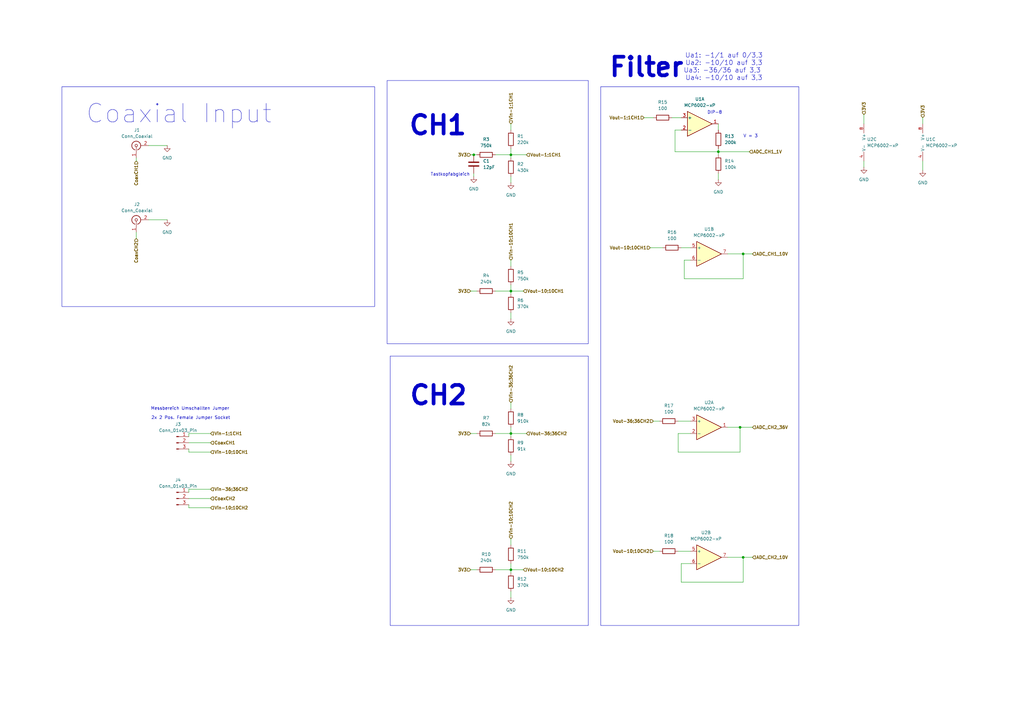
<source format=kicad_sch>
(kicad_sch (version 20250114) (generator "eeschema") (generator_version "9.0")
  (paper "A3")
  (lib_symbols
    (symbol "Amplifier_Operational:MCP6002-xP" (pin_names (offset 0.127))
      (property "Reference" "U" (at 0 5.08 0))
      (property "Value" "MCP6002-xP" (at 0 -5.08 0))
      (symbol "MCP6002-xP_1_1"
        (polyline (pts (xy -5.08 5.08) (xy 5.08 0) (xy -5.08 -5.08) (xy -5.08 5.08)) (stroke (width 0.254)) (fill (type background)))
        (pin input line (at -7.62 2.54 0) (length 2.54) (name "+") (number "3"))
        (pin input line (at -7.62 -2.54 0) (length 2.54) (name "-") (number "2"))
        (pin output line (at 7.62 0 180) (length 2.54) (name "~") (number "1"))
      )
      (symbol "MCP6002-xP_2_1"
        (polyline (pts (xy -5.08 5.08) (xy 5.08 0) (xy -5.08 -5.08) (xy -5.08 5.08)) (stroke (width 0.254)) (fill (type background)))
        (pin input line (at -7.62 2.54 0) (length 2.54) (name "+") (number "5"))
        (pin input line (at -7.62 -2.54 0) (length 2.54) (name "-") (number "6"))
        (pin output line (at 7.62 0 180) (length 2.54) (name "~") (number "7"))
      )
      (symbol "MCP6002-xP_3_1"
        (pin power_in line (at -2.54 7.62 270) (length 3.81) (name "V+") (number "8"))
        (pin power_in line (at -2.54 -7.62 90) (length 3.81) (name "V-") (number "4"))
      )
    )
    (symbol "Connector:Conn_01x03_Pin" (pin_names (offset 1.016) (hide yes))
      (property "Reference" "J" (at 0 5.08 0))
      (property "Value" "Conn_01x03_Pin" (at 0 -5.08 0))
      (symbol "Conn_01x03_Pin_1_1"
        (rectangle (start 0.8636 2.667) (end 0 2.413) (stroke (width 0.1524)) (fill (type outline)))
        (rectangle (start 0.8636 0.127) (end 0 -0.127) (stroke (width 0.1524)) (fill (type outline)))
        (rectangle (start 0.8636 -2.413) (end 0 -2.667) (stroke (width 0.1524)) (fill (type outline)))
        (polyline (pts (xy 1.27 2.54) (xy 0.8636 2.54)) (stroke (width 0.1524)))
        (polyline (pts (xy 1.27 0) (xy 0.8636 0)) (stroke (width 0.1524)))
        (polyline (pts (xy 1.27 -2.54) (xy 0.8636 -2.54)) (stroke (width 0.1524)))
        (pin passive line (at 5.08 2.54 180) (length 3.81) (name "Pin_1") (number "1"))
        (pin passive line (at 5.08 0 180) (length 3.81) (name "Pin_2") (number "2"))
        (pin passive line (at 5.08 -2.54 180) (length 3.81) (name "Pin_3") (number "3"))
      )
    )
    (symbol "Connector:Conn_Coaxial" (pin_names (offset 1.016) (hide yes))
      (property "Reference" "J" (at 0.254 3.048 0))
      (property "Value" "Conn_Coaxial" (at 2.921 0 90))
      (symbol "Conn_Coaxial_0_1"
        (polyline (pts (xy -2.54 0) (xy -0.508 0)))
        (arc (start 1.778 0) (mid 0.222 -1.8079) (end -1.778 -0.508) (stroke (width 0.254)))
        (arc (start -1.778 0.508) (mid 0.2221 1.8084) (end 1.778 0) (stroke (width 0.254)))
        (circle (center 0 0) (radius 0.508) (stroke (width 0.2032)))
        (polyline (pts (xy 0 -2.54) (xy 0 -1.778)))
      )
      (symbol "Conn_Coaxial_1_1"
        (pin passive line (at -5.08 0 0) (length 2.54) (name "In") (number "1"))
        (pin passive line (at 0 -5.08 90) (length 2.54) (name "Ext") (number "2"))
      )
    )
    (symbol "Device:C" (pin_numbers (hide yes)) (pin_names (offset 0.254))
      (property "Reference" "C" (at 0.635 2.54 0))
      (property "Value" "C" (at 0.635 -2.54 0))
      (symbol "C_0_1"
        (polyline (pts (xy -2.032 0.762) (xy 2.032 0.762)) (stroke (width 0.508)))
        (polyline (pts (xy -2.032 -0.762) (xy 2.032 -0.762)) (stroke (width 0.508)))
      )
      (symbol "C_1_1"
        (pin passive line (at 0 3.81 270) (length 2.794) (name "~") (number "1"))
        (pin passive line (at 0 -3.81 90) (length 2.794) (name "~") (number "2"))
      )
    )
    (symbol "Device:R" (pin_numbers (hide yes)) (pin_names (offset 0))
      (property "Reference" "R" (at 2.032 0 90))
      (property "Value" "R" (at 0 0 90))
      (symbol "R_0_1"
        (rectangle (start -1.016 -2.54) (end 1.016 2.54) (stroke (width 0.254)))
      )
      (symbol "R_1_1"
        (pin passive line (at 0 3.81 270) (length 1.27) (name "~") (number "1"))
        (pin passive line (at 0 -3.81 90) (length 1.27) (name "~") (number "2"))
      )
    )
    (symbol "power:GND" (power) (pin_numbers (hide yes)) (pin_names (offset 0) (hide yes))
      (property "Value" "GND" (at 0 -3.81 0))
      (symbol "GND_0_1"
        (polyline (pts (xy 0 0) (xy 0 -1.27) (xy 1.27 -1.27) (xy 0 -2.54) (xy -1.27 -1.27) (xy 0 -1.27)))
      )
      (symbol "GND_1_1"
        (pin power_in line (at 0 0 270) (length 0) (name "~") (number "1"))
      )
    )
  )
  (rectangle (start 160.02 146.05) (end 241.3 256.54))
  (rectangle (start 25.4 35.56) (end 153.67 125.73))
  (rectangle (start 158.75 33.02) (end 241.3 140.97))
  (rectangle (start 246.38 35.56) (end 327.66 256.54))
  (text "Tastkopfabgleich\n" (at 184.658 71.628 0) (effects (font (size 1.27 1.27))))
  (text "2x 2 Pos. Female Jumper Socket\n" (at 78.232 171.45 0) (effects (font (size 1.27 1.27))))
  (text "Coaxial Input\n" (at 73.406 46.736 0) (effects (font (size 7.62 7.62))))
  (text "CH2\n" (at 179.832 162.306 0) (effects (font (size 7.62 7.62) (thickness 1.524) (bold yes))))
  (text "Filter" (at 265.176 27.686 0) (effects (font (size 7.62 7.62) (thickness 1.524) (bold yes))))
  (text "CH1\n" (at 179.578 51.562 0) (effects (font (size 7.62 7.62) (thickness 1.524) (bold yes))))
  (text "Messbereich Umschallten Jumper\n" (at 77.978 167.64 0) (effects (font (size 1.27 1.27))))
  (text "DIP-8\n" (at 293.116 46.228 0) (effects (font (size 1.27 1.27))))
  (text "Ua1: -1/1 auf 0/3,3\nUa2: -10/10 auf 3,3\nUa3: -36/36 auf 3,3 \nUa4: -10/10 auf 3,3" (at 296.926 27.432 0) (effects (font (size 1.905 1.905))))
  (text "V = 3\n" (at 307.848 55.88 0) (effects (font (size 1.27 1.27))))
  (junction (at 294.64 62.23))
  (junction (at 209.55 177.8))
  (junction (at 209.55 63.5))
  (junction (at 304.8 104.14))
  (junction (at 209.55 119.38))
  (junction (at 209.55 233.68))
  (junction (at 194.31 63.5))
  (junction (at 303.53 175.26))
  (junction (at 304.8 228.6))
  (wire (pts (xy 215.9 177.8) (xy 209.55 177.8)))
  (wire (pts (xy 294.64 50.8) (xy 294.64 53.34)))
  (wire (pts (xy 86.36 177.8) (xy 77.47 177.8)))
  (wire (pts (xy 86.36 185.42) (xy 77.47 185.42)))
  (wire (pts (xy 209.55 116.84) (xy 209.55 119.38)))
  (wire (pts (xy 278.13 177.8) (xy 278.13 185.42)))
  (wire (pts (xy 209.55 119.38) (xy 209.55 120.65)))
  (wire (pts (xy 279.4 53.34) (xy 276.86 53.34)))
  (wire (pts (xy 276.86 62.23) (xy 294.64 62.23)))
  (wire (pts (xy 298.45 104.14) (xy 304.8 104.14)))
  (wire (pts (xy 194.31 71.12) (xy 194.31 72.39)))
  (wire (pts (xy 209.55 177.8) (xy 209.55 179.07)))
  (wire (pts (xy 209.55 63.5) (xy 215.9 63.5)))
  (wire (pts (xy 209.55 231.14) (xy 209.55 233.68)))
  (wire (pts (xy 77.47 200.66) (xy 77.47 201.93)))
  (wire (pts (xy 209.55 72.39) (xy 209.55 74.93)))
  (wire (pts (xy 267.97 226.06) (xy 270.51 226.06)))
  (wire (pts (xy 60.96 90.17) (xy 68.58 90.17)))
  (wire (pts (xy 278.13 172.72) (xy 283.21 172.72)))
  (wire (pts (xy 209.55 175.26) (xy 209.55 177.8)))
  (wire (pts (xy 77.47 185.42) (xy 77.47 184.15)))
  (wire (pts (xy 280.67 114.3) (xy 280.67 106.68)))
  (wire (pts (xy 86.36 200.66) (xy 77.47 200.66)))
  (wire (pts (xy 209.55 128.27) (xy 209.55 130.81)))
  (wire (pts (xy 378.46 48.26) (xy 378.46 50.8)))
  (wire (pts (xy 203.2 119.38) (xy 209.55 119.38)))
  (wire (pts (xy 209.55 119.38) (xy 214.63 119.38)))
  (wire (pts (xy 193.04 177.8) (xy 195.58 177.8)))
  (wire (pts (xy 294.64 71.12) (xy 294.64 73.66)))
  (wire (pts (xy 303.53 175.26) (xy 298.45 175.26)))
  (wire (pts (xy 280.67 106.68) (xy 283.21 106.68)))
  (wire (pts (xy 354.33 46.99) (xy 354.33 50.8)))
  (wire (pts (xy 378.46 66.04) (xy 378.46 69.85)))
  (wire (pts (xy 209.55 106.68) (xy 209.55 109.22)))
  (wire (pts (xy 278.13 185.42) (xy 303.53 185.42)))
  (wire (pts (xy 279.4 238.76) (xy 279.4 231.14)))
  (wire (pts (xy 276.86 53.34) (xy 276.86 62.23)))
  (wire (pts (xy 279.4 231.14) (xy 283.21 231.14)))
  (wire (pts (xy 193.04 233.68) (xy 195.58 233.68)))
  (wire (pts (xy 303.53 175.26) (xy 308.61 175.26)))
  (wire (pts (xy 304.8 114.3) (xy 280.67 114.3)))
  (wire (pts (xy 203.2 177.8) (xy 209.55 177.8)))
  (wire (pts (xy 304.8 228.6) (xy 304.8 238.76)))
  (wire (pts (xy 279.4 101.6) (xy 283.21 101.6)))
  (wire (pts (xy 77.47 204.47) (xy 86.36 204.47)))
  (wire (pts (xy 193.04 119.38) (xy 195.58 119.38)))
  (wire (pts (xy 86.36 208.28) (xy 77.47 208.28)))
  (wire (pts (xy 275.59 48.26) (xy 279.4 48.26)))
  (wire (pts (xy 304.8 238.76) (xy 279.4 238.76)))
  (wire (pts (xy 77.47 177.8) (xy 77.47 179.07)))
  (wire (pts (xy 193.04 63.5) (xy 194.31 63.5)))
  (wire (pts (xy 77.47 181.61) (xy 86.36 181.61)))
  (wire (pts (xy 194.31 63.5) (xy 195.58 63.5)))
  (wire (pts (xy 209.55 186.69) (xy 209.55 189.23)))
  (wire (pts (xy 278.13 226.06) (xy 283.21 226.06)))
  (wire (pts (xy 294.64 62.23) (xy 294.64 63.5)))
  (wire (pts (xy 303.53 185.42) (xy 303.53 175.26)))
  (wire (pts (xy 203.2 63.5) (xy 209.55 63.5)))
  (wire (pts (xy 77.47 208.28) (xy 77.47 207.01)))
  (wire (pts (xy 55.88 95.25) (xy 55.88 97.79)))
  (wire (pts (xy 209.55 242.57) (xy 209.55 245.11)))
  (wire (pts (xy 209.55 233.68) (xy 209.55 234.95)))
  (wire (pts (xy 283.21 177.8) (xy 278.13 177.8)))
  (wire (pts (xy 304.8 104.14) (xy 304.8 114.3)))
  (wire (pts (xy 209.55 233.68) (xy 214.63 233.68)))
  (wire (pts (xy 304.8 104.14) (xy 308.61 104.14)))
  (wire (pts (xy 209.55 220.98) (xy 209.55 223.52)))
  (wire (pts (xy 267.97 172.72) (xy 270.51 172.72)))
  (wire (pts (xy 294.64 60.96) (xy 294.64 62.23)))
  (wire (pts (xy 55.88 64.77) (xy 55.88 66.04)))
  (wire (pts (xy 266.7 101.6) (xy 271.78 101.6)))
  (wire (pts (xy 209.55 63.5) (xy 209.55 64.77)))
  (wire (pts (xy 209.55 50.8) (xy 209.55 53.34)))
  (wire (pts (xy 354.33 66.04) (xy 354.33 68.58)))
  (wire (pts (xy 294.64 62.23) (xy 307.34 62.23)))
  (wire (pts (xy 304.8 228.6) (xy 308.61 228.6)))
  (wire (pts (xy 203.2 233.68) (xy 209.55 233.68)))
  (wire (pts (xy 209.55 60.96) (xy 209.55 63.5)))
  (wire (pts (xy 60.96 59.69) (xy 68.58 59.69)))
  (wire (pts (xy 264.16 48.26) (xy 267.97 48.26)))
  (wire (pts (xy 209.55 165.1) (xy 209.55 167.64)))
  (wire (pts (xy 298.45 228.6) (xy 304.8 228.6)))
  (hierarchical_label "3V3" (shape input) (at 354.33 46.99 90) (effects (font (thickness 0.254) (bold yes))))
  (hierarchical_label "Vin-36;36CH2" (shape input) (at 209.55 165.1 90) (effects (font (thickness 0.254) (bold yes))))
  (hierarchical_label "Vout-36;36CH2" (shape input) (at 267.97 172.72 180) (effects (font (thickness 0.254) (bold yes))))
  (hierarchical_label "Vout-10;10CH2" (shape input) (at 214.63 233.68 0) (effects (font (thickness 0.254) (bold yes))))
  (hierarchical_label "ADC_CH1_10V" (shape input) (at 308.61 104.14 0) (effects (font (thickness 0.254) (bold yes))))
  (hierarchical_label "Vin-10;10CH1" (shape input) (at 209.55 106.68 90) (effects (font (thickness 0.254) (bold yes))))
  (hierarchical_label "3V3" (shape input) (at 193.04 119.38 180) (effects (font (thickness 0.254) (bold yes))))
  (hierarchical_label "Vout-10;10CH1" (shape input) (at 266.7 101.6 180) (effects (font (thickness 0.254) (bold yes))))
  (hierarchical_label "Vin-1;1CH1" (shape input) (at 209.55 50.8 90) (effects (font (thickness 0.254) (bold yes))))
  (hierarchical_label "ADC_CH2_10V" (shape input) (at 308.61 228.6 0) (effects (font (thickness 0.254) (bold yes))))
  (hierarchical_label "3V3" (shape input) (at 193.04 177.8 180) (effects (font (thickness 0.254) (bold yes))))
  (hierarchical_label "Vout-1;1CH1" (shape input) (at 264.16 48.26 180) (effects (font (thickness 0.254) (bold yes))))
  (hierarchical_label "3V3" (shape input) (at 193.04 233.68 180) (effects (font (thickness 0.254) (bold yes))))
  (hierarchical_label "3V3" (shape input) (at 378.46 48.26 90) (effects (font (thickness 0.254) (bold yes))))
  (hierarchical_label "Vin-10;10CH2" (shape input) (at 209.55 220.98 90) (effects (font (thickness 0.254) (bold yes))))
  (hierarchical_label "Vout-10;10CH1" (shape input) (at 214.63 119.38 0) (effects (font (thickness 0.254) (bold yes))))
  (hierarchical_label "CoaxCH2" (shape input) (at 86.36 204.47 0) (effects (font (thickness 0.254) (bold yes))))
  (hierarchical_label "CoaxCH2" (shape input) (at 55.88 97.79 270) (effects (font (thickness 0.254) (bold yes))))
  (hierarchical_label "Vin-36;36CH2" (shape input) (at 86.36 200.66 0) (effects (font (thickness 0.254) (bold yes))))
  (hierarchical_label "Vout-1;1CH1" (shape input) (at 215.9 63.5 0) (effects (font (thickness 0.254) (bold yes))))
  (hierarchical_label "ADC_CH2_36V" (shape input) (at 308.61 175.26 0) (effects (font (thickness 0.254) (bold yes))))
  (hierarchical_label "3V3" (shape input) (at 193.04 63.5 180) (effects (font (thickness 0.254) (bold yes))))
  (hierarchical_label "CoaxCH1" (shape input) (at 55.88 66.04 270) (effects (font (thickness 0.254) (bold yes))))
  (hierarchical_label "CoaxCH1" (shape input) (at 86.36 181.61 0) (effects (font (thickness 0.254) (bold yes))))
  (hierarchical_label "Vin-1;1CH1" (shape input) (at 86.36 177.8 0) (effects (font (thickness 0.254) (bold yes))))
  (hierarchical_label "Vout-10;10CH2" (shape input) (at 267.97 226.06 180) (effects (font (thickness 0.254) (bold yes))))
  (hierarchical_label "Vin-10;10CH2" (shape input) (at 86.36 208.28 0) (effects (font (thickness 0.254) (bold yes))))
  (hierarchical_label "Vin-10;10CH1" (shape input) (at 86.36 185.42 0) (effects (font (thickness 0.254) (bold yes))))
  (hierarchical_label "ADC_CH1_1V" (shape input) (at 307.34 62.23 0) (effects (font (thickness 0.254) (bold yes))))
  (hierarchical_label "Vout-36;36CH2" (shape input) (at 215.9 177.8 0) (effects (font (thickness 0.254) (bold yes))))
  (symbol (lib_id "Amplifier_Operational:MCP6002-xP") (at 356.87 58.42 0) (unit 3)
    (property "Reference" "U2" (at 355.6 57.1499 0) (effects (justify left)))
    (property "Value" "MCP6002-xP" (at 355.6 59.6899 0) (effects (justify left)))
    (property "Footprint" "Package_DIP:DIP-8_W7.62mm_LongPads" (effects (hide yes)))
    (property "Datasheet" "http://ww1.microchip.com/downloads/en/DeviceDoc/21733j.pdf" (effects (hide yes)))
    (property "Description" "1MHz, Low-Power Op Amp, DIP-8" (effects (hide yes)))
  )
  (symbol (lib_id "Device:R") (at 199.39 177.8 90) (unit 1)
    (property "Reference" "R7" (at 199.39 171.45 90))
    (property "Value" "82k" (at 199.39 173.99 90))
    (property "Footprint" "Resistor_SMD:R_0603_1608Metric_Pad0.98x0.95mm_HandSolder" (effects (hide yes)))
    (property "Description" "Resistor" (effects (hide yes)))
  )
  (symbol (lib_id "power:GND") (at 68.58 59.69 0) (unit 1)
    (property "Reference" "#PWR09" (effects (hide yes)))
    (property "Value" "GND" (at 68.58 64.77 0))
    (property "Description" "Power symbol creates a global label with name \"GND\" , ground" (effects (hide yes)))
  )
  (symbol (lib_id "power:GND") (at 209.55 130.81 0) (unit 1)
    (property "Reference" "#PWR02" (effects (hide yes)))
    (property "Value" "GND" (at 209.55 135.89 0))
    (property "Description" "Power symbol creates a global label with name \"GND\" , ground" (effects (hide yes)))
  )
  (symbol (lib_id "Device:R") (at 274.32 226.06 90) (unit 1)
    (property "Reference" "R18" (at 274.32 219.71 90))
    (property "Value" "100" (at 274.32 222.25 90))
    (property "Footprint" "Resistor_SMD:R_0603_1608Metric_Pad0.98x0.95mm_HandSolder" (effects (hide yes)))
    (property "Description" "Resistor" (effects (hide yes)))
  )
  (symbol (lib_id "Connector:Conn_01x03_Pin") (at 72.39 204.47 0) (unit 1)
    (property "Reference" "J4" (at 73.025 196.85 0))
    (property "Value" "Conn_01x03_Pin" (at 73.025 199.39 0))
    (property "Footprint" "Connector_PinHeader_1.00mm:PinHeader_1x03_P1.00mm_Vertical" (effects (hide yes)))
    (property "Description" "Generic connector, single row, 01x03, script generated" (effects (hide yes)))
  )
  (symbol (lib_id "Device:R") (at 199.39 119.38 90) (unit 1)
    (property "Reference" "R4" (at 199.39 113.03 90))
    (property "Value" "240k" (at 199.39 115.57 90))
    (property "Footprint" "Resistor_SMD:R_0603_1608Metric_Pad0.98x0.95mm_HandSolder" (effects (hide yes)))
    (property "Description" "Resistor" (effects (hide yes)))
  )
  (symbol (lib_id "Connector:Conn_Coaxial") (at 55.88 59.69 90) (unit 1)
    (property "Reference" "J1" (at 56.1732 53.34 90))
    (property "Value" "Conn_Coaxial" (at 56.1732 55.88 90))
    (property "Footprint" "L432KC:LINX_CONBNC001" (effects (hide yes)))
    (property "Datasheet" "https://www.te.com/commerce/DocumentDelivery/DDEController?Action=srchrtrv&DocNm=CONBNC001&DocType=Data+Sheet&DocLang=English&DocFormat=pdf&PartCntxt=CONBNC001" (effects (hide yes)))
    (property "Description" "coaxial connector (BNC, SMA, SMB, SMC, Cinch/RCA, LEMO, ...)" (effects (hide yes)))
  )
  (symbol (lib_id "Device:R") (at 209.55 171.45 0) (unit 1)
    (property "Reference" "R8" (at 212.09 170.1799 0) (effects (justify left)))
    (property "Value" "910k" (at 212.09 172.7199 0) (effects (justify left)))
    (property "Footprint" "Resistor_SMD:R_0603_1608Metric_Pad0.98x0.95mm_HandSolder" (effects (hide yes)))
    (property "Description" "Resistor" (effects (hide yes)))
  )
  (symbol (lib_id "power:GND") (at 194.31 72.39 0) (unit 1)
    (property "Reference" "#PWR012" (effects (hide yes)))
    (property "Value" "GND" (at 194.31 77.47 0))
    (property "Description" "Power symbol creates a global label with name \"GND\" , ground" (effects (hide yes)))
  )
  (symbol (lib_id "Device:R") (at 209.55 227.33 0) (unit 1)
    (property "Reference" "R11" (at 212.09 226.0599 0) (effects (justify left)))
    (property "Value" "750k" (at 212.09 228.5999 0) (effects (justify left)))
    (property "Footprint" "Resistor_SMD:R_0603_1608Metric_Pad0.98x0.95mm_HandSolder" (effects (hide yes)))
    (property "Description" "Resistor" (effects (hide yes)))
  )
  (symbol (lib_id "Amplifier_Operational:MCP6002-xP") (at 290.83 228.6 0) (unit 2)
    (property "Reference" "U2" (at 289.56 218.44 0))
    (property "Value" "MCP6002-xP" (at 289.56 220.98 0))
    (property "Footprint" "Package_DIP:DIP-8_W7.62mm_LongPads" (effects (hide yes)))
    (property "Datasheet" "http://ww1.microchip.com/downloads/en/DeviceDoc/21733j.pdf" (effects (hide yes)))
    (property "Description" "1MHz, Low-Power Op Amp, DIP-8" (effects (hide yes)))
  )
  (symbol (lib_id "power:GND") (at 378.46 69.85 0) (unit 1)
    (property "Reference" "#PWR05" (effects (hide yes)))
    (property "Value" "GND" (at 378.46 74.93 0))
    (property "Description" "Power symbol creates a global label with name \"GND\" , ground" (effects (hide yes)))
  )
  (symbol (lib_id "Device:R") (at 209.55 113.03 0) (unit 1)
    (property "Reference" "R5" (at 212.09 111.7599 0) (effects (justify left)))
    (property "Value" "750k" (at 212.09 114.2999 0) (effects (justify left)))
    (property "Footprint" "Resistor_SMD:R_0603_1608Metric_Pad0.98x0.95mm_HandSolder" (effects (hide yes)))
    (property "Description" "Resistor" (effects (hide yes)))
  )
  (symbol (lib_id "Device:R") (at 199.39 63.5 90) (unit 1)
    (property "Reference" "R3" (at 199.39 57.15 90))
    (property "Value" "750k" (at 199.39 59.69 90))
    (property "Footprint" "Resistor_SMD:R_0603_1608Metric_Pad0.98x0.95mm_HandSolder" (effects (hide yes)))
    (property "Description" "Resistor" (effects (hide yes)))
  )
  (symbol (lib_id "power:GND") (at 354.33 68.58 0) (unit 1)
    (property "Reference" "#PWR06" (effects (hide yes)))
    (property "Value" "GND" (at 354.33 73.66 0))
    (property "Description" "Power symbol creates a global label with name \"GND\" , ground" (effects (hide yes)))
  )
  (symbol (lib_id "power:GND") (at 68.58 90.17 0) (unit 1)
    (property "Reference" "#PWR08" (effects (hide yes)))
    (property "Value" "GND" (at 68.58 95.25 0))
    (property "Description" "Power symbol creates a global label with name \"GND\" , ground" (effects (hide yes)))
  )
  (symbol (lib_id "Amplifier_Operational:MCP6002-xP") (at 290.83 175.26 0) (unit 1)
    (property "Reference" "U2" (at 290.83 165.1 0))
    (property "Value" "MCP6002-xP" (at 290.83 167.64 0))
    (property "Footprint" "Package_DIP:DIP-8_W7.62mm_LongPads" (effects (hide yes)))
    (property "Datasheet" "http://ww1.microchip.com/downloads/en/DeviceDoc/21733j.pdf" (effects (hide yes)))
    (property "Description" "1MHz, Low-Power Op Amp, DIP-8" (effects (hide yes)))
  )
  (symbol (lib_id "power:GND") (at 294.64 73.66 0) (unit 1)
    (property "Reference" "#PWR07" (effects (hide yes)))
    (property "Value" "GND" (at 294.64 78.74 0))
    (property "Description" "Power symbol creates a global label with name \"GND\" , ground" (effects (hide yes)))
  )
  (symbol (lib_id "Connector:Conn_Coaxial") (at 55.88 90.17 90) (unit 1)
    (property "Reference" "J2" (at 56.1732 83.82 90))
    (property "Value" "Conn_Coaxial" (at 56.1732 86.36 90))
    (property "Footprint" "L432KC:LINX_CONBNC001" (effects (hide yes)))
    (property "Datasheet" "https://www.te.com/commerce/DocumentDelivery/DDEController?Action=srchrtrv&DocNm=CONBNC001&DocType=Data+Sheet&DocLang=English&DocFormat=pdf&PartCntxt=CONBNC001" (effects (hide yes)))
    (property "Description" "coaxial connector (BNC, SMA, SMB, SMC, Cinch/RCA, LEMO, ...)" (effects (hide yes)))
  )
  (symbol (lib_id "Device:R") (at 199.39 233.68 90) (unit 1)
    (property "Reference" "R10" (at 199.39 227.33 90))
    (property "Value" "240k" (at 199.39 229.87 90))
    (property "Footprint" "Resistor_SMD:R_0603_1608Metric_Pad0.98x0.95mm_HandSolder" (effects (hide yes)))
    (property "Description" "Resistor" (effects (hide yes)))
  )
  (symbol (lib_id "Amplifier_Operational:MCP6002-xP") (at 290.83 104.14 0) (unit 2)
    (property "Reference" "U1" (at 290.83 93.98 0))
    (property "Value" "MCP6002-xP" (at 290.83 96.52 0))
    (property "Footprint" "Package_DIP:DIP-8_W7.62mm_LongPads" (effects (hide yes)))
    (property "Datasheet" "http://ww1.microchip.com/downloads/en/DeviceDoc/21733j.pdf" (effects (hide yes)))
    (property "Description" "1MHz, Low-Power Op Amp, DIP-8" (effects (hide yes)))
  )
  (symbol (lib_id "Device:R") (at 294.64 57.15 0) (unit 1)
    (property "Reference" "R13" (at 297.18 55.8799 0) (effects (justify left)))
    (property "Value" "200k" (at 297.18 58.4199 0) (effects (justify left)))
    (property "Footprint" "Resistor_SMD:R_0603_1608Metric_Pad0.98x0.95mm_HandSolder" (effects (hide yes)))
    (property "Description" "Resistor" (effects (hide yes)))
  )
  (symbol (lib_id "Device:R") (at 209.55 57.15 0) (unit 1)
    (property "Reference" "R1" (at 212.09 55.8799 0) (effects (justify left)))
    (property "Value" "220k" (at 212.09 58.4199 0) (effects (justify left)))
    (property "Footprint" "Resistor_SMD:R_0603_1608Metric_Pad0.98x0.95mm_HandSolder" (effects (hide yes)))
    (property "Description" "Resistor" (effects (hide yes)))
  )
  (symbol (lib_id "Amplifier_Operational:MCP6002-xP") (at 287.02 50.8 0) (unit 1)
    (property "Reference" "U1" (at 287.02 40.64 0))
    (property "Value" "MCP6002-xP" (at 287.02 43.18 0))
    (property "Footprint" "Package_DIP:DIP-8_W7.62mm_LongPads" (effects (hide yes)))
    (property "Datasheet" "http://ww1.microchip.com/downloads/en/DeviceDoc/21733j.pdf" (effects (hide yes)))
    (property "Description" "1MHz, Low-Power Op Amp, DIP-8" (effects (hide yes)))
  )
  (symbol (lib_id "Device:R") (at 271.78 48.26 90) (unit 1)
    (property "Reference" "R15" (at 271.78 41.91 90))
    (property "Value" "100" (at 271.78 44.45 90))
    (property "Footprint" "Resistor_SMD:R_0603_1608Metric_Pad0.98x0.95mm_HandSolder" (effects (hide yes)))
    (property "Description" "Resistor" (effects (hide yes)))
  )
  (symbol (lib_id "Device:C") (at 194.31 67.31 0) (unit 1)
    (property "Reference" "C1" (at 198.12 66.0399 0) (effects (justify left)))
    (property "Value" "12pF" (at 198.12 68.5799 0) (effects (justify left)))
    (property "Footprint" "Capacitor_SMD:C_0603_1608Metric_Pad1.08x0.95mm_HandSolder" (effects (hide yes)))
    (property "Description" "Unpolarized capacitor" (effects (hide yes)))
  )
  (symbol (lib_id "power:GND") (at 209.55 245.11 0) (unit 1)
    (property "Reference" "#PWR04" (effects (hide yes)))
    (property "Value" "GND" (at 209.55 250.19 0))
    (property "Description" "Power symbol creates a global label with name \"GND\" , ground" (effects (hide yes)))
  )
  (symbol (lib_id "Device:R") (at 209.55 68.58 180) (unit 1)
    (property "Reference" "R2" (at 212.09 67.3099 0) (effects (justify right)))
    (property "Value" "430k" (at 212.09 69.8499 0) (effects (justify right)))
    (property "Footprint" "Resistor_SMD:R_0603_1608Metric_Pad0.98x0.95mm_HandSolder" (effects (hide yes)))
    (property "Description" "Resistor" (effects (hide yes)))
  )
  (symbol (lib_id "Connector:Conn_01x03_Pin") (at 72.39 181.61 0) (unit 1)
    (property "Reference" "J3" (at 73.025 173.99 0))
    (property "Value" "Conn_01x03_Pin" (at 73.025 176.53 0))
    (property "Footprint" "Connector_PinHeader_1.00mm:PinHeader_1x03_P1.00mm_Vertical" (effects (hide yes)))
    (property "Description" "Generic connector, single row, 01x03, script generated" (effects (hide yes)))
  )
  (symbol (lib_id "Device:R") (at 209.55 238.76 180) (unit 1)
    (property "Reference" "R12" (at 212.09 237.4899 0) (effects (justify right)))
    (property "Value" "370k" (at 212.09 240.0299 0) (effects (justify right)))
    (property "Footprint" "Resistor_SMD:R_0603_1608Metric_Pad0.98x0.95mm_HandSolder" (effects (hide yes)))
    (property "Description" "Resistor" (effects (hide yes)))
  )
  (symbol (lib_id "Amplifier_Operational:MCP6002-xP") (at 381 58.42 0) (unit 3)
    (property "Reference" "U1" (at 379.73 57.1499 0) (effects (justify left)))
    (property "Value" "MCP6002-xP" (at 379.73 59.6899 0) (effects (justify left)))
    (property "Footprint" "Package_DIP:DIP-8_W7.62mm_LongPads" (effects (hide yes)))
    (property "Datasheet" "http://ww1.microchip.com/downloads/en/DeviceDoc/21733j.pdf" (effects (hide yes)))
    (property "Description" "1MHz, Low-Power Op Amp, DIP-8" (effects (hide yes)))
  )
  (symbol (lib_id "Device:R") (at 275.59 101.6 90) (unit 1)
    (property "Reference" "R16" (at 275.59 95.25 90))
    (property "Value" "100" (at 275.59 97.79 90))
    (property "Footprint" "Resistor_SMD:R_0603_1608Metric_Pad0.98x0.95mm_HandSolder" (effects (hide yes)))
    (property "Description" "Resistor" (effects (hide yes)))
  )
  (symbol (lib_id "Device:R") (at 294.64 67.31 0) (unit 1)
    (property "Reference" "R14" (at 297.18 66.0399 0) (effects (justify left)))
    (property "Value" "100k" (at 297.18 68.5799 0) (effects (justify left)))
    (property "Footprint" "Resistor_SMD:R_0603_1608Metric_Pad0.98x0.95mm_HandSolder" (effects (hide yes)))
    (property "Description" "Resistor" (effects (hide yes)))
  )
  (symbol (lib_id "Device:R") (at 209.55 124.46 180) (unit 1)
    (property "Reference" "R6" (at 212.09 123.1899 0) (effects (justify right)))
    (property "Value" "370k" (at 212.09 125.7299 0) (effects (justify right)))
    (property "Footprint" "Resistor_SMD:R_0603_1608Metric_Pad0.98x0.95mm_HandSolder" (effects (hide yes)))
    (property "Description" "Resistor" (effects (hide yes)))
  )
  (symbol (lib_id "Device:R") (at 274.32 172.72 90) (unit 1)
    (property "Reference" "R17" (at 274.32 166.37 90))
    (property "Value" "100" (at 274.32 168.91 90))
    (property "Footprint" "Resistor_SMD:R_0603_1608Metric_Pad0.98x0.95mm_HandSolder" (effects (hide yes)))
    (property "Description" "Resistor" (effects (hide yes)))
  )
  (symbol (lib_id "power:GND") (at 209.55 74.93 0) (unit 1)
    (property "Reference" "#PWR01" (effects (hide yes)))
    (property "Value" "GND" (at 209.55 80.01 0))
    (property "Description" "Power symbol creates a global label with name \"GND\" , ground" (effects (hide yes)))
  )
  (symbol (lib_id "power:GND") (at 209.55 189.23 0) (unit 1)
    (property "Reference" "#PWR03" (effects (hide yes)))
    (property "Value" "GND" (at 209.55 194.31 0))
    (property "Description" "Power symbol creates a global label with name \"GND\" , ground" (effects (hide yes)))
  )
  (symbol (lib_id "Device:R") (at 209.55 182.88 180) (unit 1)
    (property "Reference" "R9" (at 212.09 181.6099 0) (effects (justify right)))
    (property "Value" "91k" (at 212.09 184.1499 0) (effects (justify right)))
    (property "Footprint" "Resistor_SMD:R_0603_1608Metric_Pad0.98x0.95mm_HandSolder" (effects (hide yes)))
    (property "Description" "Resistor" (effects (hide yes)))
  )
)
</source>
